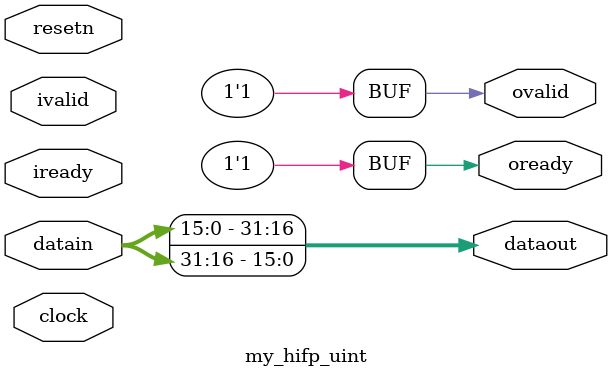
<source format=v>
`timescale 1 ps / 1 ps

module my_hifp_uint (
  input   clock,
  input   resetn,
  input   ivalid, 
  input   iready,
  output  ovalid,
  output  oready,
  input   [31:0]  datain,
  output  [31:0]  dataout);

  assign  ovalid = 1'b1;
  assign  oready = 1'b1;
  
  // clk, ivalid, iready, resetn are ignored
  assign dataout = {datain[15:0], datain[31:16]};

endmodule


</source>
